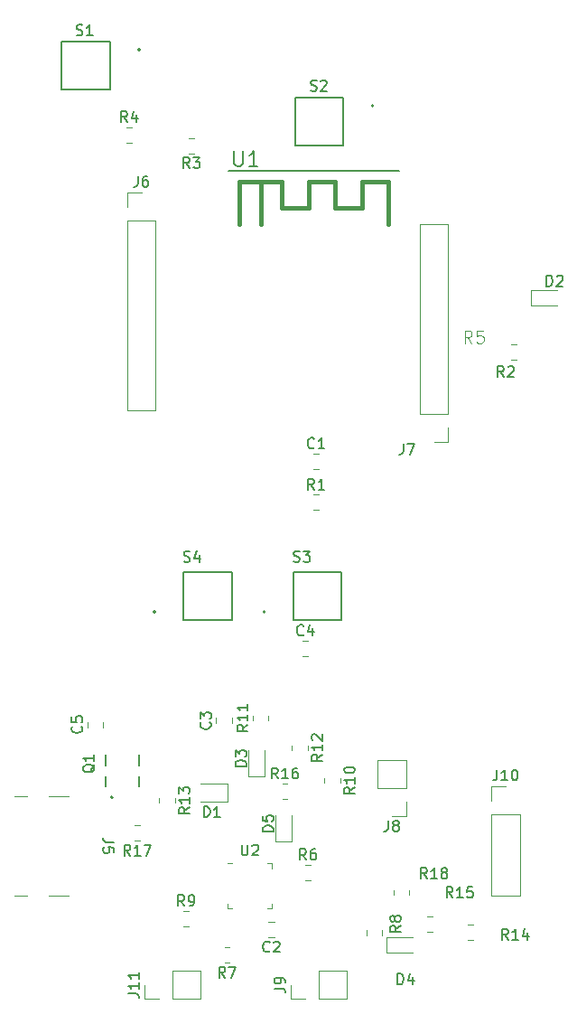
<source format=gbr>
%TF.GenerationSoftware,KiCad,Pcbnew,(6.0.10)*%
%TF.CreationDate,2023-03-08T17:02:45-06:00*%
%TF.ProjectId,445,3434352e-6b69-4636-9164-5f7063625858,rev?*%
%TF.SameCoordinates,Original*%
%TF.FileFunction,Legend,Top*%
%TF.FilePolarity,Positive*%
%FSLAX46Y46*%
G04 Gerber Fmt 4.6, Leading zero omitted, Abs format (unit mm)*
G04 Created by KiCad (PCBNEW (6.0.10)) date 2023-03-08 17:02:45*
%MOMM*%
%LPD*%
G01*
G04 APERTURE LIST*
%ADD10C,0.150000*%
%ADD11C,0.101600*%
%ADD12C,0.127000*%
%ADD13C,0.200000*%
%ADD14C,0.120000*%
%ADD15C,0.406400*%
G04 APERTURE END LIST*
D10*
%TO.C,S3*%
X142039095Y-97738761D02*
X142181952Y-97786380D01*
X142420047Y-97786380D01*
X142515285Y-97738761D01*
X142562904Y-97691142D01*
X142610523Y-97595904D01*
X142610523Y-97500666D01*
X142562904Y-97405428D01*
X142515285Y-97357809D01*
X142420047Y-97310190D01*
X142229571Y-97262571D01*
X142134333Y-97214952D01*
X142086714Y-97167333D01*
X142039095Y-97072095D01*
X142039095Y-96976857D01*
X142086714Y-96881619D01*
X142134333Y-96834000D01*
X142229571Y-96786380D01*
X142467666Y-96786380D01*
X142610523Y-96834000D01*
X142943857Y-96786380D02*
X143562904Y-96786380D01*
X143229571Y-97167333D01*
X143372428Y-97167333D01*
X143467666Y-97214952D01*
X143515285Y-97262571D01*
X143562904Y-97357809D01*
X143562904Y-97595904D01*
X143515285Y-97691142D01*
X143467666Y-97738761D01*
X143372428Y-97786380D01*
X143086714Y-97786380D01*
X142991476Y-97738761D01*
X142943857Y-97691142D01*
%TO.C,D5*%
X140123380Y-123059095D02*
X139123380Y-123059095D01*
X139123380Y-122821000D01*
X139171000Y-122678142D01*
X139266238Y-122582904D01*
X139361476Y-122535285D01*
X139551952Y-122487666D01*
X139694809Y-122487666D01*
X139885285Y-122535285D01*
X139980523Y-122582904D01*
X140075761Y-122678142D01*
X140123380Y-122821000D01*
X140123380Y-123059095D01*
X139123380Y-121582904D02*
X139123380Y-122059095D01*
X139599571Y-122106714D01*
X139551952Y-122059095D01*
X139504333Y-121963857D01*
X139504333Y-121725761D01*
X139551952Y-121630523D01*
X139599571Y-121582904D01*
X139694809Y-121535285D01*
X139932904Y-121535285D01*
X140028142Y-121582904D01*
X140075761Y-121630523D01*
X140123380Y-121725761D01*
X140123380Y-121963857D01*
X140075761Y-122059095D01*
X140028142Y-122106714D01*
%TO.C,R3*%
X132294333Y-60903380D02*
X131961000Y-60427190D01*
X131722904Y-60903380D02*
X131722904Y-59903380D01*
X132103857Y-59903380D01*
X132199095Y-59951000D01*
X132246714Y-59998619D01*
X132294333Y-60093857D01*
X132294333Y-60236714D01*
X132246714Y-60331952D01*
X132199095Y-60379571D01*
X132103857Y-60427190D01*
X131722904Y-60427190D01*
X132627666Y-59903380D02*
X133246714Y-59903380D01*
X132913380Y-60284333D01*
X133056238Y-60284333D01*
X133151476Y-60331952D01*
X133199095Y-60379571D01*
X133246714Y-60474809D01*
X133246714Y-60712904D01*
X133199095Y-60808142D01*
X133151476Y-60855761D01*
X133056238Y-60903380D01*
X132770523Y-60903380D01*
X132675285Y-60855761D01*
X132627666Y-60808142D01*
%TO.C,R15*%
X156964142Y-129230380D02*
X156630809Y-128754190D01*
X156392714Y-129230380D02*
X156392714Y-128230380D01*
X156773666Y-128230380D01*
X156868904Y-128278000D01*
X156916523Y-128325619D01*
X156964142Y-128420857D01*
X156964142Y-128563714D01*
X156916523Y-128658952D01*
X156868904Y-128706571D01*
X156773666Y-128754190D01*
X156392714Y-128754190D01*
X157916523Y-129230380D02*
X157345095Y-129230380D01*
X157630809Y-129230380D02*
X157630809Y-128230380D01*
X157535571Y-128373238D01*
X157440333Y-128468476D01*
X157345095Y-128516095D01*
X158821285Y-128230380D02*
X158345095Y-128230380D01*
X158297476Y-128706571D01*
X158345095Y-128658952D01*
X158440333Y-128611333D01*
X158678428Y-128611333D01*
X158773666Y-128658952D01*
X158821285Y-128706571D01*
X158868904Y-128801809D01*
X158868904Y-129039904D01*
X158821285Y-129135142D01*
X158773666Y-129182761D01*
X158678428Y-129230380D01*
X158440333Y-129230380D01*
X158345095Y-129182761D01*
X158297476Y-129135142D01*
%TO.C,J7*%
X152320666Y-86701380D02*
X152320666Y-87415666D01*
X152273047Y-87558523D01*
X152177809Y-87653761D01*
X152034952Y-87701380D01*
X151939714Y-87701380D01*
X152701619Y-86701380D02*
X153368285Y-86701380D01*
X152939714Y-87701380D01*
%TO.C,R13*%
X132281380Y-120788857D02*
X131805190Y-121122190D01*
X132281380Y-121360285D02*
X131281380Y-121360285D01*
X131281380Y-120979333D01*
X131329000Y-120884095D01*
X131376619Y-120836476D01*
X131471857Y-120788857D01*
X131614714Y-120788857D01*
X131709952Y-120836476D01*
X131757571Y-120884095D01*
X131805190Y-120979333D01*
X131805190Y-121360285D01*
X132281380Y-119836476D02*
X132281380Y-120407904D01*
X132281380Y-120122190D02*
X131281380Y-120122190D01*
X131424238Y-120217428D01*
X131519476Y-120312666D01*
X131567095Y-120407904D01*
X131281380Y-119503142D02*
X131281380Y-118884095D01*
X131662333Y-119217428D01*
X131662333Y-119074571D01*
X131709952Y-118979333D01*
X131757571Y-118931714D01*
X131852809Y-118884095D01*
X132090904Y-118884095D01*
X132186142Y-118931714D01*
X132233761Y-118979333D01*
X132281380Y-119074571D01*
X132281380Y-119360285D01*
X132233761Y-119455523D01*
X132186142Y-119503142D01*
%TO.C,R6*%
X143216333Y-125679380D02*
X142883000Y-125203190D01*
X142644904Y-125679380D02*
X142644904Y-124679380D01*
X143025857Y-124679380D01*
X143121095Y-124727000D01*
X143168714Y-124774619D01*
X143216333Y-124869857D01*
X143216333Y-125012714D01*
X143168714Y-125107952D01*
X143121095Y-125155571D01*
X143025857Y-125203190D01*
X142644904Y-125203190D01*
X144073476Y-124679380D02*
X143883000Y-124679380D01*
X143787761Y-124727000D01*
X143740142Y-124774619D01*
X143644904Y-124917476D01*
X143597285Y-125107952D01*
X143597285Y-125488904D01*
X143644904Y-125584142D01*
X143692523Y-125631761D01*
X143787761Y-125679380D01*
X143978238Y-125679380D01*
X144073476Y-125631761D01*
X144121095Y-125584142D01*
X144168714Y-125488904D01*
X144168714Y-125250809D01*
X144121095Y-125155571D01*
X144073476Y-125107952D01*
X143978238Y-125060333D01*
X143787761Y-125060333D01*
X143692523Y-125107952D01*
X143644904Y-125155571D01*
X143597285Y-125250809D01*
%TO.C,S2*%
X143637095Y-53617761D02*
X143779952Y-53665380D01*
X144018047Y-53665380D01*
X144113285Y-53617761D01*
X144160904Y-53570142D01*
X144208523Y-53474904D01*
X144208523Y-53379666D01*
X144160904Y-53284428D01*
X144113285Y-53236809D01*
X144018047Y-53189190D01*
X143827571Y-53141571D01*
X143732333Y-53093952D01*
X143684714Y-53046333D01*
X143637095Y-52951095D01*
X143637095Y-52855857D01*
X143684714Y-52760619D01*
X143732333Y-52713000D01*
X143827571Y-52665380D01*
X144065666Y-52665380D01*
X144208523Y-52713000D01*
X144589476Y-52760619D02*
X144637095Y-52713000D01*
X144732333Y-52665380D01*
X144970428Y-52665380D01*
X145065666Y-52713000D01*
X145113285Y-52760619D01*
X145160904Y-52855857D01*
X145160904Y-52951095D01*
X145113285Y-53093952D01*
X144541857Y-53665380D01*
X145160904Y-53665380D01*
%TO.C,R8*%
X152090380Y-131865666D02*
X151614190Y-132199000D01*
X152090380Y-132437095D02*
X151090380Y-132437095D01*
X151090380Y-132056142D01*
X151138000Y-131960904D01*
X151185619Y-131913285D01*
X151280857Y-131865666D01*
X151423714Y-131865666D01*
X151518952Y-131913285D01*
X151566571Y-131960904D01*
X151614190Y-132056142D01*
X151614190Y-132437095D01*
X151518952Y-131294238D02*
X151471333Y-131389476D01*
X151423714Y-131437095D01*
X151328476Y-131484714D01*
X151280857Y-131484714D01*
X151185619Y-131437095D01*
X151138000Y-131389476D01*
X151090380Y-131294238D01*
X151090380Y-131103761D01*
X151138000Y-131008523D01*
X151185619Y-130960904D01*
X151280857Y-130913285D01*
X151328476Y-130913285D01*
X151423714Y-130960904D01*
X151471333Y-131008523D01*
X151518952Y-131103761D01*
X151518952Y-131294238D01*
X151566571Y-131389476D01*
X151614190Y-131437095D01*
X151709428Y-131484714D01*
X151899904Y-131484714D01*
X151995142Y-131437095D01*
X152042761Y-131389476D01*
X152090380Y-131294238D01*
X152090380Y-131103761D01*
X152042761Y-131008523D01*
X151995142Y-130960904D01*
X151899904Y-130913285D01*
X151709428Y-130913285D01*
X151614190Y-130960904D01*
X151566571Y-131008523D01*
X151518952Y-131103761D01*
%TO.C,R16*%
X140585142Y-118075380D02*
X140251809Y-117599190D01*
X140013714Y-118075380D02*
X140013714Y-117075380D01*
X140394666Y-117075380D01*
X140489904Y-117123000D01*
X140537523Y-117170619D01*
X140585142Y-117265857D01*
X140585142Y-117408714D01*
X140537523Y-117503952D01*
X140489904Y-117551571D01*
X140394666Y-117599190D01*
X140013714Y-117599190D01*
X141537523Y-118075380D02*
X140966095Y-118075380D01*
X141251809Y-118075380D02*
X141251809Y-117075380D01*
X141156571Y-117218238D01*
X141061333Y-117313476D01*
X140966095Y-117361095D01*
X142394666Y-117075380D02*
X142204190Y-117075380D01*
X142108952Y-117123000D01*
X142061333Y-117170619D01*
X141966095Y-117313476D01*
X141918476Y-117503952D01*
X141918476Y-117884904D01*
X141966095Y-117980142D01*
X142013714Y-118027761D01*
X142108952Y-118075380D01*
X142299428Y-118075380D01*
X142394666Y-118027761D01*
X142442285Y-117980142D01*
X142489904Y-117884904D01*
X142489904Y-117646809D01*
X142442285Y-117551571D01*
X142394666Y-117503952D01*
X142299428Y-117456333D01*
X142108952Y-117456333D01*
X142013714Y-117503952D01*
X141966095Y-117551571D01*
X141918476Y-117646809D01*
%TO.C,R9*%
X131790333Y-129997380D02*
X131457000Y-129521190D01*
X131218904Y-129997380D02*
X131218904Y-128997380D01*
X131599857Y-128997380D01*
X131695095Y-129045000D01*
X131742714Y-129092619D01*
X131790333Y-129187857D01*
X131790333Y-129330714D01*
X131742714Y-129425952D01*
X131695095Y-129473571D01*
X131599857Y-129521190D01*
X131218904Y-129521190D01*
X132266523Y-129997380D02*
X132457000Y-129997380D01*
X132552238Y-129949761D01*
X132599857Y-129902142D01*
X132695095Y-129759285D01*
X132742714Y-129568809D01*
X132742714Y-129187857D01*
X132695095Y-129092619D01*
X132647476Y-129045000D01*
X132552238Y-128997380D01*
X132361761Y-128997380D01*
X132266523Y-129045000D01*
X132218904Y-129092619D01*
X132171285Y-129187857D01*
X132171285Y-129425952D01*
X132218904Y-129521190D01*
X132266523Y-129568809D01*
X132361761Y-129616428D01*
X132552238Y-129616428D01*
X132647476Y-129568809D01*
X132695095Y-129521190D01*
X132742714Y-129425952D01*
%TO.C,J8*%
X150911666Y-122039380D02*
X150911666Y-122753666D01*
X150864047Y-122896523D01*
X150768809Y-122991761D01*
X150625952Y-123039380D01*
X150530714Y-123039380D01*
X151530714Y-122467952D02*
X151435476Y-122420333D01*
X151387857Y-122372714D01*
X151340238Y-122277476D01*
X151340238Y-122229857D01*
X151387857Y-122134619D01*
X151435476Y-122087000D01*
X151530714Y-122039380D01*
X151721190Y-122039380D01*
X151816428Y-122087000D01*
X151864047Y-122134619D01*
X151911666Y-122229857D01*
X151911666Y-122277476D01*
X151864047Y-122372714D01*
X151816428Y-122420333D01*
X151721190Y-122467952D01*
X151530714Y-122467952D01*
X151435476Y-122515571D01*
X151387857Y-122563190D01*
X151340238Y-122658428D01*
X151340238Y-122848904D01*
X151387857Y-122944142D01*
X151435476Y-122991761D01*
X151530714Y-123039380D01*
X151721190Y-123039380D01*
X151816428Y-122991761D01*
X151864047Y-122944142D01*
X151911666Y-122848904D01*
X151911666Y-122658428D01*
X151864047Y-122563190D01*
X151816428Y-122515571D01*
X151721190Y-122467952D01*
%TO.C,J10*%
X161103476Y-117252380D02*
X161103476Y-117966666D01*
X161055857Y-118109523D01*
X160960619Y-118204761D01*
X160817761Y-118252380D01*
X160722523Y-118252380D01*
X162103476Y-118252380D02*
X161532047Y-118252380D01*
X161817761Y-118252380D02*
X161817761Y-117252380D01*
X161722523Y-117395238D01*
X161627285Y-117490476D01*
X161532047Y-117538095D01*
X162722523Y-117252380D02*
X162817761Y-117252380D01*
X162913000Y-117300000D01*
X162960619Y-117347619D01*
X163008238Y-117442857D01*
X163055857Y-117633333D01*
X163055857Y-117871428D01*
X163008238Y-118061904D01*
X162960619Y-118157142D01*
X162913000Y-118204761D01*
X162817761Y-118252380D01*
X162722523Y-118252380D01*
X162627285Y-118204761D01*
X162579666Y-118157142D01*
X162532047Y-118061904D01*
X162484428Y-117871428D01*
X162484428Y-117633333D01*
X162532047Y-117442857D01*
X162579666Y-117347619D01*
X162627285Y-117300000D01*
X162722523Y-117252380D01*
%TO.C,C2*%
X139791333Y-134248142D02*
X139743714Y-134295761D01*
X139600857Y-134343380D01*
X139505619Y-134343380D01*
X139362761Y-134295761D01*
X139267523Y-134200523D01*
X139219904Y-134105285D01*
X139172285Y-133914809D01*
X139172285Y-133771952D01*
X139219904Y-133581476D01*
X139267523Y-133486238D01*
X139362761Y-133391000D01*
X139505619Y-133343380D01*
X139600857Y-133343380D01*
X139743714Y-133391000D01*
X139791333Y-133438619D01*
X140172285Y-133438619D02*
X140219904Y-133391000D01*
X140315142Y-133343380D01*
X140553238Y-133343380D01*
X140648476Y-133391000D01*
X140696095Y-133438619D01*
X140743714Y-133533857D01*
X140743714Y-133629095D01*
X140696095Y-133771952D01*
X140124666Y-134343380D01*
X140743714Y-134343380D01*
%TO.C,R17*%
X126738142Y-125292380D02*
X126404809Y-124816190D01*
X126166714Y-125292380D02*
X126166714Y-124292380D01*
X126547666Y-124292380D01*
X126642904Y-124340000D01*
X126690523Y-124387619D01*
X126738142Y-124482857D01*
X126738142Y-124625714D01*
X126690523Y-124720952D01*
X126642904Y-124768571D01*
X126547666Y-124816190D01*
X126166714Y-124816190D01*
X127690523Y-125292380D02*
X127119095Y-125292380D01*
X127404809Y-125292380D02*
X127404809Y-124292380D01*
X127309571Y-124435238D01*
X127214333Y-124530476D01*
X127119095Y-124578095D01*
X128023857Y-124292380D02*
X128690523Y-124292380D01*
X128261952Y-125292380D01*
%TO.C,C4*%
X142966333Y-104599142D02*
X142918714Y-104646761D01*
X142775857Y-104694380D01*
X142680619Y-104694380D01*
X142537761Y-104646761D01*
X142442523Y-104551523D01*
X142394904Y-104456285D01*
X142347285Y-104265809D01*
X142347285Y-104122952D01*
X142394904Y-103932476D01*
X142442523Y-103837238D01*
X142537761Y-103742000D01*
X142680619Y-103694380D01*
X142775857Y-103694380D01*
X142918714Y-103742000D01*
X142966333Y-103789619D01*
X143823476Y-104027714D02*
X143823476Y-104694380D01*
X143585380Y-103646761D02*
X143347285Y-104361047D01*
X143966333Y-104361047D01*
%TO.C,R18*%
X154551142Y-127452380D02*
X154217809Y-126976190D01*
X153979714Y-127452380D02*
X153979714Y-126452380D01*
X154360666Y-126452380D01*
X154455904Y-126500000D01*
X154503523Y-126547619D01*
X154551142Y-126642857D01*
X154551142Y-126785714D01*
X154503523Y-126880952D01*
X154455904Y-126928571D01*
X154360666Y-126976190D01*
X153979714Y-126976190D01*
X155503523Y-127452380D02*
X154932095Y-127452380D01*
X155217809Y-127452380D02*
X155217809Y-126452380D01*
X155122571Y-126595238D01*
X155027333Y-126690476D01*
X154932095Y-126738095D01*
X156074952Y-126880952D02*
X155979714Y-126833333D01*
X155932095Y-126785714D01*
X155884476Y-126690476D01*
X155884476Y-126642857D01*
X155932095Y-126547619D01*
X155979714Y-126500000D01*
X156074952Y-126452380D01*
X156265428Y-126452380D01*
X156360666Y-126500000D01*
X156408285Y-126547619D01*
X156455904Y-126642857D01*
X156455904Y-126690476D01*
X156408285Y-126785714D01*
X156360666Y-126833333D01*
X156265428Y-126880952D01*
X156074952Y-126880952D01*
X155979714Y-126928571D01*
X155932095Y-126976190D01*
X155884476Y-127071428D01*
X155884476Y-127261904D01*
X155932095Y-127357142D01*
X155979714Y-127404761D01*
X156074952Y-127452380D01*
X156265428Y-127452380D01*
X156360666Y-127404761D01*
X156408285Y-127357142D01*
X156455904Y-127261904D01*
X156455904Y-127071428D01*
X156408285Y-126976190D01*
X156360666Y-126928571D01*
X156265428Y-126880952D01*
%TO.C,R12*%
X144727380Y-115835857D02*
X144251190Y-116169190D01*
X144727380Y-116407285D02*
X143727380Y-116407285D01*
X143727380Y-116026333D01*
X143775000Y-115931095D01*
X143822619Y-115883476D01*
X143917857Y-115835857D01*
X144060714Y-115835857D01*
X144155952Y-115883476D01*
X144203571Y-115931095D01*
X144251190Y-116026333D01*
X144251190Y-116407285D01*
X144727380Y-114883476D02*
X144727380Y-115454904D01*
X144727380Y-115169190D02*
X143727380Y-115169190D01*
X143870238Y-115264428D01*
X143965476Y-115359666D01*
X144013095Y-115454904D01*
X143822619Y-114502523D02*
X143775000Y-114454904D01*
X143727380Y-114359666D01*
X143727380Y-114121571D01*
X143775000Y-114026333D01*
X143822619Y-113978714D01*
X143917857Y-113931095D01*
X144013095Y-113931095D01*
X144155952Y-113978714D01*
X144727380Y-114550142D01*
X144727380Y-113931095D01*
%TO.C,D1*%
X133631904Y-121686380D02*
X133631904Y-120686380D01*
X133870000Y-120686380D01*
X134012857Y-120734000D01*
X134108095Y-120829238D01*
X134155714Y-120924476D01*
X134203333Y-121114952D01*
X134203333Y-121257809D01*
X134155714Y-121448285D01*
X134108095Y-121543523D01*
X134012857Y-121638761D01*
X133870000Y-121686380D01*
X133631904Y-121686380D01*
X135155714Y-121686380D02*
X134584285Y-121686380D01*
X134870000Y-121686380D02*
X134870000Y-120686380D01*
X134774761Y-120829238D01*
X134679523Y-120924476D01*
X134584285Y-120972095D01*
%TO.C,S1*%
X121666095Y-48410761D02*
X121808952Y-48458380D01*
X122047047Y-48458380D01*
X122142285Y-48410761D01*
X122189904Y-48363142D01*
X122237523Y-48267904D01*
X122237523Y-48172666D01*
X122189904Y-48077428D01*
X122142285Y-48029809D01*
X122047047Y-47982190D01*
X121856571Y-47934571D01*
X121761333Y-47886952D01*
X121713714Y-47839333D01*
X121666095Y-47744095D01*
X121666095Y-47648857D01*
X121713714Y-47553619D01*
X121761333Y-47506000D01*
X121856571Y-47458380D01*
X122094666Y-47458380D01*
X122237523Y-47506000D01*
X123189904Y-48458380D02*
X122618476Y-48458380D01*
X122904190Y-48458380D02*
X122904190Y-47458380D01*
X122808952Y-47601238D01*
X122713714Y-47696476D01*
X122618476Y-47744095D01*
%TO.C,R10*%
X147775380Y-118899857D02*
X147299190Y-119233190D01*
X147775380Y-119471285D02*
X146775380Y-119471285D01*
X146775380Y-119090333D01*
X146823000Y-118995095D01*
X146870619Y-118947476D01*
X146965857Y-118899857D01*
X147108714Y-118899857D01*
X147203952Y-118947476D01*
X147251571Y-118995095D01*
X147299190Y-119090333D01*
X147299190Y-119471285D01*
X147775380Y-117947476D02*
X147775380Y-118518904D01*
X147775380Y-118233190D02*
X146775380Y-118233190D01*
X146918238Y-118328428D01*
X147013476Y-118423666D01*
X147061095Y-118518904D01*
X146775380Y-117328428D02*
X146775380Y-117233190D01*
X146823000Y-117137952D01*
X146870619Y-117090333D01*
X146965857Y-117042714D01*
X147156333Y-116995095D01*
X147394428Y-116995095D01*
X147584904Y-117042714D01*
X147680142Y-117090333D01*
X147727761Y-117137952D01*
X147775380Y-117233190D01*
X147775380Y-117328428D01*
X147727761Y-117423666D01*
X147680142Y-117471285D01*
X147584904Y-117518904D01*
X147394428Y-117566523D01*
X147156333Y-117566523D01*
X146965857Y-117518904D01*
X146870619Y-117471285D01*
X146823000Y-117423666D01*
X146775380Y-117328428D01*
%TO.C,D3*%
X137583380Y-116947095D02*
X136583380Y-116947095D01*
X136583380Y-116709000D01*
X136631000Y-116566142D01*
X136726238Y-116470904D01*
X136821476Y-116423285D01*
X137011952Y-116375666D01*
X137154809Y-116375666D01*
X137345285Y-116423285D01*
X137440523Y-116470904D01*
X137535761Y-116566142D01*
X137583380Y-116709000D01*
X137583380Y-116947095D01*
X136583380Y-116042333D02*
X136583380Y-115423285D01*
X136964333Y-115756619D01*
X136964333Y-115613761D01*
X137011952Y-115518523D01*
X137059571Y-115470904D01*
X137154809Y-115423285D01*
X137392904Y-115423285D01*
X137488142Y-115470904D01*
X137535761Y-115518523D01*
X137583380Y-115613761D01*
X137583380Y-115899476D01*
X137535761Y-115994714D01*
X137488142Y-116042333D01*
D11*
%TO.C,R5*%
X158745887Y-77287361D02*
X158356420Y-76730980D01*
X158078230Y-77287361D02*
X158078230Y-76118961D01*
X158523335Y-76118961D01*
X158634611Y-76174600D01*
X158690249Y-76230238D01*
X158745887Y-76341514D01*
X158745887Y-76508428D01*
X158690249Y-76619704D01*
X158634611Y-76675342D01*
X158523335Y-76730980D01*
X158078230Y-76730980D01*
X159803011Y-76118961D02*
X159246630Y-76118961D01*
X159190992Y-76675342D01*
X159246630Y-76619704D01*
X159357906Y-76564066D01*
X159636097Y-76564066D01*
X159747373Y-76619704D01*
X159803011Y-76675342D01*
X159858649Y-76786619D01*
X159858649Y-77064809D01*
X159803011Y-77176085D01*
X159747373Y-77231723D01*
X159636097Y-77287361D01*
X159357906Y-77287361D01*
X159246630Y-77231723D01*
X159190992Y-77176085D01*
D10*
%TO.C,J9*%
X140234380Y-137735333D02*
X140948666Y-137735333D01*
X141091523Y-137782952D01*
X141186761Y-137878190D01*
X141234380Y-138021047D01*
X141234380Y-138116285D01*
X141234380Y-137211523D02*
X141234380Y-137021047D01*
X141186761Y-136925809D01*
X141139142Y-136878190D01*
X140996285Y-136782952D01*
X140805809Y-136735333D01*
X140424857Y-136735333D01*
X140329619Y-136782952D01*
X140282000Y-136830571D01*
X140234380Y-136925809D01*
X140234380Y-137116285D01*
X140282000Y-137211523D01*
X140329619Y-137259142D01*
X140424857Y-137306761D01*
X140662952Y-137306761D01*
X140758190Y-137259142D01*
X140805809Y-137211523D01*
X140853428Y-137116285D01*
X140853428Y-136925809D01*
X140805809Y-136830571D01*
X140758190Y-136782952D01*
X140662952Y-136735333D01*
%TO.C,S4*%
X131752095Y-97738761D02*
X131894952Y-97786380D01*
X132133047Y-97786380D01*
X132228285Y-97738761D01*
X132275904Y-97691142D01*
X132323523Y-97595904D01*
X132323523Y-97500666D01*
X132275904Y-97405428D01*
X132228285Y-97357809D01*
X132133047Y-97310190D01*
X131942571Y-97262571D01*
X131847333Y-97214952D01*
X131799714Y-97167333D01*
X131752095Y-97072095D01*
X131752095Y-96976857D01*
X131799714Y-96881619D01*
X131847333Y-96834000D01*
X131942571Y-96786380D01*
X132180666Y-96786380D01*
X132323523Y-96834000D01*
X133180666Y-97119714D02*
X133180666Y-97786380D01*
X132942571Y-96738761D02*
X132704476Y-97453047D01*
X133323523Y-97453047D01*
%TO.C,Q1*%
X123400619Y-116772238D02*
X123353000Y-116867476D01*
X123257761Y-116962714D01*
X123114904Y-117105571D01*
X123067285Y-117200809D01*
X123067285Y-117296047D01*
X123305380Y-117248428D02*
X123257761Y-117343666D01*
X123162523Y-117438904D01*
X122972047Y-117486523D01*
X122638714Y-117486523D01*
X122448238Y-117438904D01*
X122353000Y-117343666D01*
X122305380Y-117248428D01*
X122305380Y-117057952D01*
X122353000Y-116962714D01*
X122448238Y-116867476D01*
X122638714Y-116819857D01*
X122972047Y-116819857D01*
X123162523Y-116867476D01*
X123257761Y-116962714D01*
X123305380Y-117057952D01*
X123305380Y-117248428D01*
X123305380Y-115867476D02*
X123305380Y-116438904D01*
X123305380Y-116153190D02*
X122305380Y-116153190D01*
X122448238Y-116248428D01*
X122543476Y-116343666D01*
X122591095Y-116438904D01*
%TO.C,R2*%
X161758333Y-80462380D02*
X161425000Y-79986190D01*
X161186904Y-80462380D02*
X161186904Y-79462380D01*
X161567857Y-79462380D01*
X161663095Y-79510000D01*
X161710714Y-79557619D01*
X161758333Y-79652857D01*
X161758333Y-79795714D01*
X161710714Y-79890952D01*
X161663095Y-79938571D01*
X161567857Y-79986190D01*
X161186904Y-79986190D01*
X162139285Y-79557619D02*
X162186904Y-79510000D01*
X162282142Y-79462380D01*
X162520238Y-79462380D01*
X162615476Y-79510000D01*
X162663095Y-79557619D01*
X162710714Y-79652857D01*
X162710714Y-79748095D01*
X162663095Y-79890952D01*
X162091666Y-80462380D01*
X162710714Y-80462380D01*
%TO.C,R14*%
X162171142Y-133167380D02*
X161837809Y-132691190D01*
X161599714Y-133167380D02*
X161599714Y-132167380D01*
X161980666Y-132167380D01*
X162075904Y-132215000D01*
X162123523Y-132262619D01*
X162171142Y-132357857D01*
X162171142Y-132500714D01*
X162123523Y-132595952D01*
X162075904Y-132643571D01*
X161980666Y-132691190D01*
X161599714Y-132691190D01*
X163123523Y-133167380D02*
X162552095Y-133167380D01*
X162837809Y-133167380D02*
X162837809Y-132167380D01*
X162742571Y-132310238D01*
X162647333Y-132405476D01*
X162552095Y-132453095D01*
X163980666Y-132500714D02*
X163980666Y-133167380D01*
X163742571Y-132119761D02*
X163504476Y-132834047D01*
X164123523Y-132834047D01*
%TO.C,R1*%
X143978333Y-91004380D02*
X143645000Y-90528190D01*
X143406904Y-91004380D02*
X143406904Y-90004380D01*
X143787857Y-90004380D01*
X143883095Y-90052000D01*
X143930714Y-90099619D01*
X143978333Y-90194857D01*
X143978333Y-90337714D01*
X143930714Y-90432952D01*
X143883095Y-90480571D01*
X143787857Y-90528190D01*
X143406904Y-90528190D01*
X144930714Y-91004380D02*
X144359285Y-91004380D01*
X144645000Y-91004380D02*
X144645000Y-90004380D01*
X144549761Y-90147238D01*
X144454523Y-90242476D01*
X144359285Y-90290095D01*
%TO.C,J5*%
X125156619Y-124052617D02*
X124442333Y-124052617D01*
X124299476Y-124004998D01*
X124204238Y-123909760D01*
X124156619Y-123766903D01*
X124156619Y-123671665D01*
X125156619Y-125004998D02*
X125156619Y-124528808D01*
X124680428Y-124481189D01*
X124728047Y-124528808D01*
X124775666Y-124624046D01*
X124775666Y-124862141D01*
X124728047Y-124957379D01*
X124680428Y-125004998D01*
X124585190Y-125052617D01*
X124347095Y-125052617D01*
X124251857Y-125004998D01*
X124204238Y-124957379D01*
X124156619Y-124862141D01*
X124156619Y-124624046D01*
X124204238Y-124528808D01*
X124251857Y-124481189D01*
%TO.C,C5*%
X122125142Y-113200666D02*
X122172761Y-113248285D01*
X122220380Y-113391142D01*
X122220380Y-113486380D01*
X122172761Y-113629238D01*
X122077523Y-113724476D01*
X121982285Y-113772095D01*
X121791809Y-113819714D01*
X121648952Y-113819714D01*
X121458476Y-113772095D01*
X121363238Y-113724476D01*
X121268000Y-113629238D01*
X121220380Y-113486380D01*
X121220380Y-113391142D01*
X121268000Y-113248285D01*
X121315619Y-113200666D01*
X121220380Y-112295904D02*
X121220380Y-112772095D01*
X121696571Y-112819714D01*
X121648952Y-112772095D01*
X121601333Y-112676857D01*
X121601333Y-112438761D01*
X121648952Y-112343523D01*
X121696571Y-112295904D01*
X121791809Y-112248285D01*
X122029904Y-112248285D01*
X122125142Y-112295904D01*
X122172761Y-112343523D01*
X122220380Y-112438761D01*
X122220380Y-112676857D01*
X122172761Y-112772095D01*
X122125142Y-112819714D01*
%TO.C,R4*%
X126452333Y-56587380D02*
X126119000Y-56111190D01*
X125880904Y-56587380D02*
X125880904Y-55587380D01*
X126261857Y-55587380D01*
X126357095Y-55635000D01*
X126404714Y-55682619D01*
X126452333Y-55777857D01*
X126452333Y-55920714D01*
X126404714Y-56015952D01*
X126357095Y-56063571D01*
X126261857Y-56111190D01*
X125880904Y-56111190D01*
X127309476Y-55920714D02*
X127309476Y-56587380D01*
X127071380Y-55539761D02*
X126833285Y-56254047D01*
X127452333Y-56254047D01*
%TO.C,U2*%
X137164095Y-124279380D02*
X137164095Y-125088904D01*
X137211714Y-125184142D01*
X137259333Y-125231761D01*
X137354571Y-125279380D01*
X137545047Y-125279380D01*
X137640285Y-125231761D01*
X137687904Y-125184142D01*
X137735523Y-125088904D01*
X137735523Y-124279380D01*
X138164095Y-124374619D02*
X138211714Y-124327000D01*
X138306952Y-124279380D01*
X138545047Y-124279380D01*
X138640285Y-124327000D01*
X138687904Y-124374619D01*
X138735523Y-124469857D01*
X138735523Y-124565095D01*
X138687904Y-124707952D01*
X138116476Y-125279380D01*
X138735523Y-125279380D01*
%TO.C,J6*%
X127428666Y-61638380D02*
X127428666Y-62352666D01*
X127381047Y-62495523D01*
X127285809Y-62590761D01*
X127142952Y-62638380D01*
X127047714Y-62638380D01*
X128333428Y-61638380D02*
X128142952Y-61638380D01*
X128047714Y-61686000D01*
X128000095Y-61733619D01*
X127904857Y-61876476D01*
X127857238Y-62066952D01*
X127857238Y-62447904D01*
X127904857Y-62543142D01*
X127952476Y-62590761D01*
X128047714Y-62638380D01*
X128238190Y-62638380D01*
X128333428Y-62590761D01*
X128381047Y-62543142D01*
X128428666Y-62447904D01*
X128428666Y-62209809D01*
X128381047Y-62114571D01*
X128333428Y-62066952D01*
X128238190Y-62019333D01*
X128047714Y-62019333D01*
X127952476Y-62066952D01*
X127904857Y-62114571D01*
X127857238Y-62209809D01*
%TO.C,J11*%
X126523380Y-138211523D02*
X127237666Y-138211523D01*
X127380523Y-138259142D01*
X127475761Y-138354380D01*
X127523380Y-138497238D01*
X127523380Y-138592476D01*
X127523380Y-137211523D02*
X127523380Y-137782952D01*
X127523380Y-137497238D02*
X126523380Y-137497238D01*
X126666238Y-137592476D01*
X126761476Y-137687714D01*
X126809095Y-137782952D01*
X127523380Y-136259142D02*
X127523380Y-136830571D01*
X127523380Y-136544857D02*
X126523380Y-136544857D01*
X126666238Y-136640095D01*
X126761476Y-136735333D01*
X126809095Y-136830571D01*
%TO.C,C1*%
X143978333Y-87069142D02*
X143930714Y-87116761D01*
X143787857Y-87164380D01*
X143692619Y-87164380D01*
X143549761Y-87116761D01*
X143454523Y-87021523D01*
X143406904Y-86926285D01*
X143359285Y-86735809D01*
X143359285Y-86592952D01*
X143406904Y-86402476D01*
X143454523Y-86307238D01*
X143549761Y-86212000D01*
X143692619Y-86164380D01*
X143787857Y-86164380D01*
X143930714Y-86212000D01*
X143978333Y-86259619D01*
X144930714Y-87164380D02*
X144359285Y-87164380D01*
X144645000Y-87164380D02*
X144645000Y-86164380D01*
X144549761Y-86307238D01*
X144454523Y-86402476D01*
X144359285Y-86450095D01*
%TO.C,C3*%
X134190142Y-112819666D02*
X134237761Y-112867285D01*
X134285380Y-113010142D01*
X134285380Y-113105380D01*
X134237761Y-113248238D01*
X134142523Y-113343476D01*
X134047285Y-113391095D01*
X133856809Y-113438714D01*
X133713952Y-113438714D01*
X133523476Y-113391095D01*
X133428238Y-113343476D01*
X133333000Y-113248238D01*
X133285380Y-113105380D01*
X133285380Y-113010142D01*
X133333000Y-112867285D01*
X133380619Y-112819666D01*
X133285380Y-112486333D02*
X133285380Y-111867285D01*
X133666333Y-112200619D01*
X133666333Y-112057761D01*
X133713952Y-111962523D01*
X133761571Y-111914904D01*
X133856809Y-111867285D01*
X134094904Y-111867285D01*
X134190142Y-111914904D01*
X134237761Y-111962523D01*
X134285380Y-112057761D01*
X134285380Y-112343476D01*
X134237761Y-112438714D01*
X134190142Y-112486333D01*
%TO.C,R11*%
X137744380Y-113041857D02*
X137268190Y-113375190D01*
X137744380Y-113613285D02*
X136744380Y-113613285D01*
X136744380Y-113232333D01*
X136792000Y-113137095D01*
X136839619Y-113089476D01*
X136934857Y-113041857D01*
X137077714Y-113041857D01*
X137172952Y-113089476D01*
X137220571Y-113137095D01*
X137268190Y-113232333D01*
X137268190Y-113613285D01*
X137744380Y-112089476D02*
X137744380Y-112660904D01*
X137744380Y-112375190D02*
X136744380Y-112375190D01*
X136887238Y-112470428D01*
X136982476Y-112565666D01*
X137030095Y-112660904D01*
X137744380Y-111137095D02*
X137744380Y-111708523D01*
X137744380Y-111422809D02*
X136744380Y-111422809D01*
X136887238Y-111518047D01*
X136982476Y-111613285D01*
X137030095Y-111708523D01*
%TO.C,U1*%
X136474333Y-59304333D02*
X136474333Y-60437666D01*
X136541000Y-60571000D01*
X136607666Y-60637666D01*
X136741000Y-60704333D01*
X137007666Y-60704333D01*
X137141000Y-60637666D01*
X137207666Y-60571000D01*
X137274333Y-60437666D01*
X137274333Y-59304333D01*
X138674333Y-60704333D02*
X137874333Y-60704333D01*
X138274333Y-60704333D02*
X138274333Y-59304333D01*
X138141000Y-59504333D01*
X138007666Y-59637666D01*
X137874333Y-59704333D01*
%TO.C,R7*%
X135616333Y-136726380D02*
X135283000Y-136250190D01*
X135044904Y-136726380D02*
X135044904Y-135726380D01*
X135425857Y-135726380D01*
X135521095Y-135774000D01*
X135568714Y-135821619D01*
X135616333Y-135916857D01*
X135616333Y-136059714D01*
X135568714Y-136154952D01*
X135521095Y-136202571D01*
X135425857Y-136250190D01*
X135044904Y-136250190D01*
X135949666Y-135726380D02*
X136616333Y-135726380D01*
X136187761Y-136726380D01*
%TO.C,D4*%
X151788904Y-137358380D02*
X151788904Y-136358380D01*
X152027000Y-136358380D01*
X152169857Y-136406000D01*
X152265095Y-136501238D01*
X152312714Y-136596476D01*
X152360333Y-136786952D01*
X152360333Y-136929809D01*
X152312714Y-137120285D01*
X152265095Y-137215523D01*
X152169857Y-137310761D01*
X152027000Y-137358380D01*
X151788904Y-137358380D01*
X153217476Y-136691714D02*
X153217476Y-137358380D01*
X152979380Y-136310761D02*
X152741285Y-137025047D01*
X153360333Y-137025047D01*
%TO.C,D2*%
X165758904Y-71953380D02*
X165758904Y-70953380D01*
X165997000Y-70953380D01*
X166139857Y-71001000D01*
X166235095Y-71096238D01*
X166282714Y-71191476D01*
X166330333Y-71381952D01*
X166330333Y-71524809D01*
X166282714Y-71715285D01*
X166235095Y-71810523D01*
X166139857Y-71905761D01*
X165997000Y-71953380D01*
X165758904Y-71953380D01*
X166711285Y-71048619D02*
X166758904Y-71001000D01*
X166854142Y-70953380D01*
X167092238Y-70953380D01*
X167187476Y-71001000D01*
X167235095Y-71048619D01*
X167282714Y-71143857D01*
X167282714Y-71239095D01*
X167235095Y-71381952D01*
X166663666Y-71953380D01*
X167282714Y-71953380D01*
D12*
%TO.C,S3*%
X146526000Y-98719000D02*
X146526000Y-103219000D01*
X142026000Y-103219000D02*
X142026000Y-98719000D01*
X142026000Y-98719000D02*
X146526000Y-98719000D01*
X146526000Y-103219000D02*
X142026000Y-103219000D01*
D13*
X139376000Y-102469000D02*
G75*
G03*
X139376000Y-102469000I-100000J0D01*
G01*
D14*
%TO.C,D5*%
X140366000Y-121521000D02*
X140366000Y-123981000D01*
X140366000Y-123981000D02*
X141836000Y-123981000D01*
X141836000Y-123981000D02*
X141836000Y-121521000D01*
%TO.C,R3*%
X132688064Y-58066000D02*
X132233936Y-58066000D01*
X132688064Y-59536000D02*
X132233936Y-59536000D01*
%TO.C,R15*%
X154589936Y-131005856D02*
X155044064Y-131005856D01*
X154589936Y-132475856D02*
X155044064Y-132475856D01*
%TO.C,J7*%
X156524000Y-86547000D02*
X155194000Y-86547000D01*
X156524000Y-83947000D02*
X153864000Y-83947000D01*
X156524000Y-83947000D02*
X156524000Y-66107000D01*
X156524000Y-85217000D02*
X156524000Y-86547000D01*
X156524000Y-66107000D02*
X153864000Y-66107000D01*
X153864000Y-83947000D02*
X153864000Y-66107000D01*
%TO.C,R13*%
X129444000Y-119918936D02*
X129444000Y-120373064D01*
X130914000Y-119918936D02*
X130914000Y-120373064D01*
%TO.C,R6*%
X143155936Y-126142000D02*
X143610064Y-126142000D01*
X143155936Y-127612000D02*
X143610064Y-127612000D01*
D12*
%TO.C,S2*%
X142188180Y-54322290D02*
X146688180Y-54322290D01*
X142188180Y-58822290D02*
X142188180Y-54322290D01*
X146688180Y-58822290D02*
X142188180Y-58822290D01*
X146688180Y-54322290D02*
X146688180Y-58822290D01*
D13*
X149538180Y-55072290D02*
G75*
G03*
X149538180Y-55072290I-100000J0D01*
G01*
D14*
%TO.C,R8*%
X148875000Y-132745920D02*
X148875000Y-132291792D01*
X150345000Y-132745920D02*
X150345000Y-132291792D01*
%TO.C,R16*%
X141000936Y-118538000D02*
X141455064Y-118538000D01*
X141000936Y-120008000D02*
X141455064Y-120008000D01*
%TO.C,R9*%
X131729936Y-131930000D02*
X132184064Y-131930000D01*
X131729936Y-130460000D02*
X132184064Y-130460000D01*
%TO.C,J8*%
X152575000Y-120257000D02*
X152575000Y-121587000D01*
X152575000Y-116387000D02*
X149915000Y-116387000D01*
X149915000Y-118987000D02*
X149915000Y-116387000D01*
X152575000Y-118987000D02*
X152575000Y-116387000D01*
X152575000Y-118987000D02*
X149915000Y-118987000D01*
X152575000Y-121587000D02*
X151245000Y-121587000D01*
%TO.C,J10*%
X160583000Y-118800000D02*
X161913000Y-118800000D01*
X160583000Y-120130000D02*
X160583000Y-118800000D01*
X163243000Y-121400000D02*
X163243000Y-129080000D01*
X160583000Y-121400000D02*
X163243000Y-121400000D01*
X160583000Y-129080000D02*
X163243000Y-129080000D01*
X160583000Y-121400000D02*
X160583000Y-129080000D01*
%TO.C,C2*%
X140219252Y-131476000D02*
X139696748Y-131476000D01*
X140219252Y-132946000D02*
X139696748Y-132946000D01*
%TO.C,R17*%
X127608064Y-123925000D02*
X127153936Y-123925000D01*
X127608064Y-122455000D02*
X127153936Y-122455000D01*
%TO.C,C4*%
X142871748Y-105187000D02*
X143394252Y-105187000D01*
X142871748Y-106657000D02*
X143394252Y-106657000D01*
%TO.C,R18*%
X151415000Y-129009064D02*
X151415000Y-128554936D01*
X152885000Y-129009064D02*
X152885000Y-128554936D01*
%TO.C,R12*%
X141890000Y-114965936D02*
X141890000Y-115420064D01*
X143360000Y-114965936D02*
X143360000Y-115420064D01*
%TO.C,D1*%
X135870000Y-120234000D02*
X133320000Y-120234000D01*
X135870000Y-120234000D02*
X135870000Y-118534000D01*
X135870000Y-118534000D02*
X133320000Y-118534000D01*
D12*
%TO.C,S1*%
X124805000Y-53558000D02*
X120305000Y-53558000D01*
X120305000Y-53558000D02*
X120305000Y-49058000D01*
X124805000Y-49058000D02*
X124805000Y-53558000D01*
X120305000Y-49058000D02*
X124805000Y-49058000D01*
D13*
X127655000Y-49808000D02*
G75*
G03*
X127655000Y-49808000I-100000J0D01*
G01*
D14*
%TO.C,R10*%
X144938000Y-118029936D02*
X144938000Y-118484064D01*
X146408000Y-118029936D02*
X146408000Y-118484064D01*
%TO.C,D3*%
X137826000Y-117869000D02*
X139296000Y-117869000D01*
X139296000Y-117869000D02*
X139296000Y-115409000D01*
X137826000Y-115409000D02*
X137826000Y-117869000D01*
%TO.C,J9*%
X144382000Y-136072000D02*
X146982000Y-136072000D01*
X146982000Y-138732000D02*
X146982000Y-136072000D01*
X144382000Y-138732000D02*
X146982000Y-138732000D01*
X141782000Y-138732000D02*
X141782000Y-137402000D01*
X144382000Y-138732000D02*
X144382000Y-136072000D01*
X143112000Y-138732000D02*
X141782000Y-138732000D01*
D12*
%TO.C,S4*%
X136239000Y-103219000D02*
X131739000Y-103219000D01*
X131739000Y-98719000D02*
X136239000Y-98719000D01*
X136239000Y-98719000D02*
X136239000Y-103219000D01*
X131739000Y-103219000D02*
X131739000Y-98719000D01*
D13*
X129089000Y-102469000D02*
G75*
G03*
X129089000Y-102469000I-100000J0D01*
G01*
D12*
%TO.C,Q1*%
X124413000Y-115852000D02*
X124413000Y-116832000D01*
X124413000Y-117872000D02*
X124413000Y-118852000D01*
X127563000Y-115852000D02*
X127563000Y-116832000D01*
X127563000Y-117872000D02*
X127563000Y-118852000D01*
D13*
X125088000Y-119852000D02*
G75*
G03*
X125088000Y-119852000I-100000J0D01*
G01*
D14*
%TO.C,R2*%
X162459936Y-77370000D02*
X162914064Y-77370000D01*
X162459936Y-78840000D02*
X162914064Y-78840000D01*
%TO.C,R14*%
X158383936Y-131767856D02*
X158838064Y-131767856D01*
X158383936Y-133237856D02*
X158838064Y-133237856D01*
%TO.C,R1*%
X143917936Y-91467000D02*
X144372064Y-91467000D01*
X143917936Y-92937000D02*
X144372064Y-92937000D01*
%TO.C,J5*%
X117009000Y-119715951D02*
X115859000Y-119715951D01*
X119109000Y-129055951D02*
X120909000Y-129055951D01*
X117009000Y-129055951D02*
X115859000Y-129055951D01*
X119109000Y-119715951D02*
X120909000Y-119715951D01*
%TO.C,C5*%
X122713000Y-113295252D02*
X122713000Y-112772748D01*
X124183000Y-113295252D02*
X124183000Y-112772748D01*
%TO.C,R4*%
X126391936Y-58520000D02*
X126846064Y-58520000D01*
X126391936Y-57050000D02*
X126846064Y-57050000D01*
%TO.C,U2*%
X135816000Y-130257000D02*
X135816000Y-129782000D01*
X140036000Y-126037000D02*
X140036000Y-126512000D01*
X140036000Y-130257000D02*
X140036000Y-129782000D01*
X139561000Y-130257000D02*
X140036000Y-130257000D01*
X139561000Y-126037000D02*
X140036000Y-126037000D01*
X136291000Y-130257000D02*
X135816000Y-130257000D01*
X136291000Y-126037000D02*
X135816000Y-126037000D01*
%TO.C,J6*%
X129092000Y-65786000D02*
X129092000Y-83626000D01*
X126432000Y-63186000D02*
X127762000Y-63186000D01*
X126432000Y-64516000D02*
X126432000Y-63186000D01*
X126432000Y-65786000D02*
X126432000Y-83626000D01*
X126432000Y-83626000D02*
X129092000Y-83626000D01*
X126432000Y-65786000D02*
X129092000Y-65786000D01*
%TO.C,J11*%
X128071000Y-138732000D02*
X128071000Y-137402000D01*
X130671000Y-136072000D02*
X133271000Y-136072000D01*
X129401000Y-138732000D02*
X128071000Y-138732000D01*
X133271000Y-138732000D02*
X133271000Y-136072000D01*
X130671000Y-138732000D02*
X130671000Y-136072000D01*
X130671000Y-138732000D02*
X133271000Y-138732000D01*
%TO.C,C1*%
X143883748Y-89127000D02*
X144406252Y-89127000D01*
X143883748Y-87657000D02*
X144406252Y-87657000D01*
%TO.C,C3*%
X134778000Y-112914252D02*
X134778000Y-112391748D01*
X136248000Y-112914252D02*
X136248000Y-112391748D01*
%TO.C,R11*%
X139677000Y-112626064D02*
X139677000Y-112171936D01*
X138207000Y-112626064D02*
X138207000Y-112171936D01*
D15*
%TO.C,U1*%
X140937680Y-62147290D02*
X140937680Y-64647290D01*
X150937680Y-62147290D02*
X150937680Y-66147290D01*
X145937680Y-62147290D02*
X145937680Y-64647290D01*
X143437680Y-64647290D02*
X143437680Y-62147290D01*
X136937680Y-66147290D02*
X136937680Y-62147290D01*
X148437680Y-64647290D02*
X148437680Y-62147290D01*
X143437680Y-62147290D02*
X145937680Y-62147290D01*
D12*
X151937680Y-61147290D02*
X135937680Y-61147290D01*
D15*
X138937680Y-62147290D02*
X138937680Y-66147290D01*
X138937680Y-62147290D02*
X140937680Y-62147290D01*
X148437680Y-62147290D02*
X150937680Y-62147290D01*
X140937680Y-64647290D02*
X143437680Y-64647290D01*
X136937680Y-62147290D02*
X138937680Y-62147290D01*
X145937680Y-64647290D02*
X148437680Y-64647290D01*
D14*
%TO.C,R7*%
X136010064Y-135359000D02*
X135555936Y-135359000D01*
X136010064Y-133889000D02*
X135555936Y-133889000D01*
%TO.C,D4*%
X150744000Y-132910856D02*
X150744000Y-134380856D01*
X150744000Y-134380856D02*
X153204000Y-134380856D01*
X153204000Y-132910856D02*
X150744000Y-132910856D01*
%TO.C,D2*%
X166789000Y-72290000D02*
X164329000Y-72290000D01*
X164329000Y-72290000D02*
X164329000Y-73760000D01*
X164329000Y-73760000D02*
X166789000Y-73760000D01*
%TD*%
M02*

</source>
